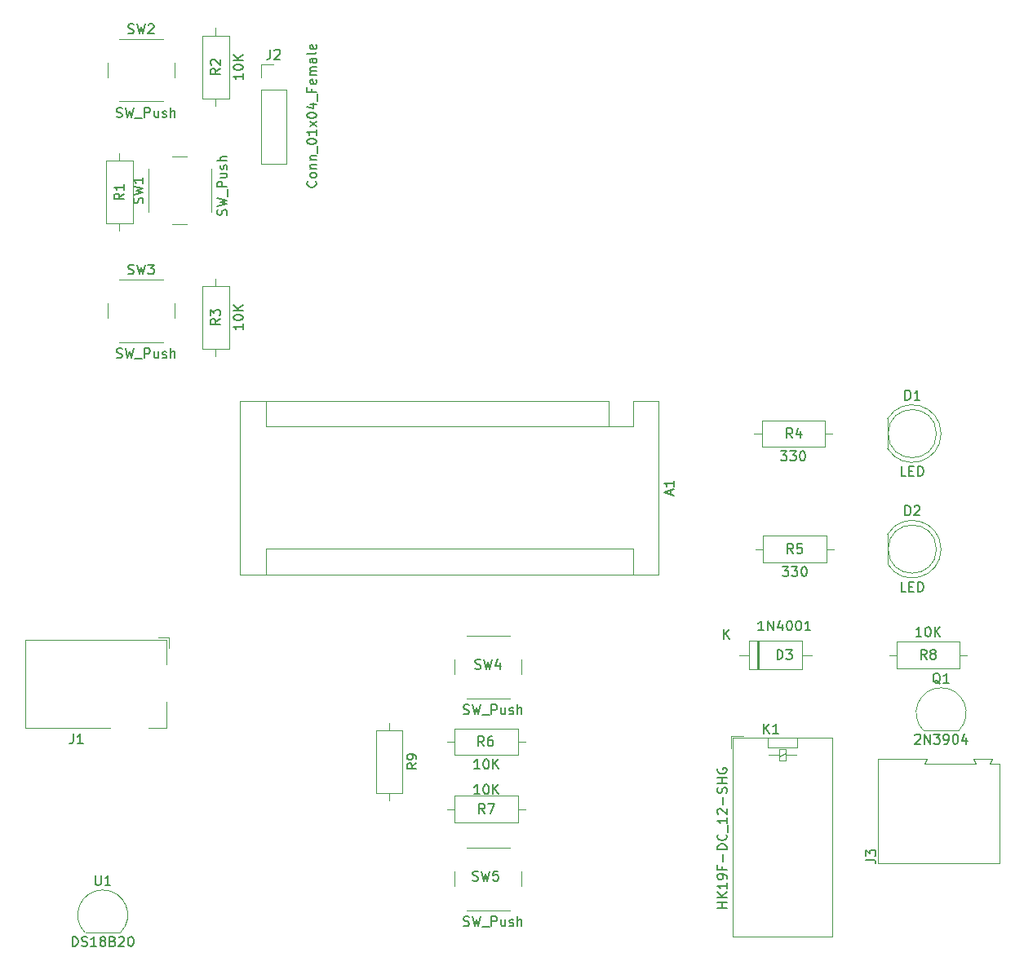
<source format=gto>
G04 #@! TF.GenerationSoftware,KiCad,Pcbnew,5.0.2-bee76a0~70~ubuntu18.04.1*
G04 #@! TF.CreationDate,2019-06-28T18:52:20-06:00*
G04 #@! TF.ProjectId,Thermostat1,54686572-6d6f-4737-9461-74312e6b6963,rev?*
G04 #@! TF.SameCoordinates,Original*
G04 #@! TF.FileFunction,Legend,Top*
G04 #@! TF.FilePolarity,Positive*
%FSLAX46Y46*%
G04 Gerber Fmt 4.6, Leading zero omitted, Abs format (unit mm)*
G04 Created by KiCad (PCBNEW 5.0.2-bee76a0~70~ubuntu18.04.1) date Fri 28 Jun 2019 06:52:20 PM MDT*
%MOMM*%
%LPD*%
G01*
G04 APERTURE LIST*
%ADD10C,0.120000*%
%ADD11C,0.150000*%
G04 APERTURE END LIST*
D10*
G04 #@! TO.C,A1*
X86730000Y-74270000D02*
X89270000Y-74270000D01*
X89270000Y-74270000D02*
X89270000Y-71600000D01*
X86730000Y-71600000D02*
X48500000Y-71600000D01*
X91940000Y-71600000D02*
X89270000Y-71600000D01*
X89270000Y-86970000D02*
X89270000Y-89640000D01*
X89270000Y-86970000D02*
X51170000Y-86970000D01*
X51170000Y-86970000D02*
X51170000Y-89640000D01*
X86730000Y-74270000D02*
X86730000Y-71600000D01*
X86730000Y-74270000D02*
X51170000Y-74270000D01*
X51170000Y-74270000D02*
X51170000Y-71600000D01*
X48500000Y-71600000D02*
X48500000Y-89640000D01*
X48500000Y-89640000D02*
X91940000Y-89640000D01*
X91940000Y-89640000D02*
X91940000Y-71600000D01*
G04 #@! TO.C,D1*
X115710000Y-73455000D02*
X115710000Y-76545000D01*
X120770000Y-75000000D02*
G75*
G03X120770000Y-75000000I-2500000J0D01*
G01*
X121260000Y-74999538D02*
G75*
G02X115710000Y-76544830I-2990000J-462D01*
G01*
X121260000Y-75000462D02*
G75*
G03X115710000Y-73455170I-2990000J462D01*
G01*
G04 #@! TO.C,D2*
X121260000Y-87000462D02*
G75*
G03X115710000Y-85455170I-2990000J462D01*
G01*
X121260000Y-86999538D02*
G75*
G02X115710000Y-88544830I-2990000J-462D01*
G01*
X120770000Y-87000000D02*
G75*
G03X120770000Y-87000000I-2500000J0D01*
G01*
X115710000Y-85455000D02*
X115710000Y-88545000D01*
G04 #@! TO.C,D3*
X101360000Y-96530000D02*
X101360000Y-99470000D01*
X101360000Y-99470000D02*
X106800000Y-99470000D01*
X106800000Y-99470000D02*
X106800000Y-96530000D01*
X106800000Y-96530000D02*
X101360000Y-96530000D01*
X100340000Y-98000000D02*
X101360000Y-98000000D01*
X107820000Y-98000000D02*
X106800000Y-98000000D01*
X102260000Y-96530000D02*
X102260000Y-99470000D01*
X102380000Y-96530000D02*
X102380000Y-99470000D01*
X102140000Y-96530000D02*
X102140000Y-99470000D01*
G04 #@! TO.C,J1*
X41100000Y-97250000D02*
X41100000Y-96200000D01*
X40050000Y-96200000D02*
X41100000Y-96200000D01*
X35000000Y-105600000D02*
X26200000Y-105600000D01*
X26200000Y-105600000D02*
X26200000Y-96400000D01*
X40900000Y-102900000D02*
X40900000Y-105600000D01*
X40900000Y-105600000D02*
X39000000Y-105600000D01*
X26200000Y-96400000D02*
X40900000Y-96400000D01*
X40900000Y-96400000D02*
X40900000Y-99000000D01*
G04 #@! TO.C,J2*
X50670000Y-46950000D02*
X53330000Y-46950000D01*
X50670000Y-39270000D02*
X50670000Y-46950000D01*
X53330000Y-39270000D02*
X53330000Y-46950000D01*
X50670000Y-39270000D02*
X53330000Y-39270000D01*
X50670000Y-38000000D02*
X50670000Y-36670000D01*
X50670000Y-36670000D02*
X52000000Y-36670000D01*
G04 #@! TO.C,J3*
X114700000Y-119650000D02*
X127300000Y-119650000D01*
X127300000Y-119650000D02*
X127300000Y-109300000D01*
X127300000Y-109300000D02*
X126350000Y-109300000D01*
X126350000Y-109300000D02*
X126600000Y-108800000D01*
X126600000Y-108800000D02*
X124700000Y-108800000D01*
X124700000Y-108800000D02*
X124650000Y-108800000D01*
X124650000Y-108800000D02*
X124900000Y-109300000D01*
X124900000Y-109300000D02*
X119500000Y-109300000D01*
X119500000Y-109300000D02*
X119800000Y-108800000D01*
X119800000Y-108800000D02*
X114700000Y-108800000D01*
X114700000Y-108800000D02*
X114700000Y-119650000D01*
G04 #@! TO.C,K1*
X99490000Y-106400000D02*
X100700000Y-106400000D01*
X99490000Y-107700000D02*
X99490000Y-106400000D01*
X99650000Y-106550000D02*
X99650000Y-127220000D01*
X99650000Y-127220000D02*
X109970000Y-127220000D01*
X109970000Y-127220000D02*
X109970000Y-106550000D01*
X109970000Y-106550000D02*
X99650000Y-106550000D01*
X103300000Y-106550000D02*
X103300000Y-107590000D01*
X103300000Y-107610000D02*
X106300000Y-107610000D01*
X106300000Y-107610000D02*
X106300000Y-106550000D01*
X104470000Y-108390000D02*
X103370000Y-108390000D01*
X105170000Y-108390000D02*
X106270000Y-108390000D01*
X104470000Y-108560000D02*
X105170000Y-108160000D01*
X104470000Y-107760000D02*
X104470000Y-108960000D01*
X104470000Y-108960000D02*
X105170000Y-108960000D01*
X105170000Y-108960000D02*
X105170000Y-107760000D01*
X105170000Y-107760000D02*
X104470000Y-107760000D01*
G04 #@! TO.C,Q1*
X123108478Y-105838478D02*
G75*
G03X121270000Y-101400000I-1838478J1838478D01*
G01*
X119431522Y-105838478D02*
G75*
G02X121270000Y-101400000I1838478J1838478D01*
G01*
X119470000Y-105850000D02*
X123070000Y-105850000D01*
G04 #@! TO.C,R1*
X36000000Y-45880000D02*
X36000000Y-46650000D01*
X36000000Y-53960000D02*
X36000000Y-53190000D01*
X34630000Y-46650000D02*
X34630000Y-53190000D01*
X37370000Y-46650000D02*
X34630000Y-46650000D01*
X37370000Y-53190000D02*
X37370000Y-46650000D01*
X34630000Y-53190000D02*
X37370000Y-53190000D01*
G04 #@! TO.C,R2*
X46000000Y-32880000D02*
X46000000Y-33650000D01*
X46000000Y-40960000D02*
X46000000Y-40190000D01*
X44630000Y-33650000D02*
X44630000Y-40190000D01*
X47370000Y-33650000D02*
X44630000Y-33650000D01*
X47370000Y-40190000D02*
X47370000Y-33650000D01*
X44630000Y-40190000D02*
X47370000Y-40190000D01*
G04 #@! TO.C,R3*
X44630000Y-66190000D02*
X47370000Y-66190000D01*
X47370000Y-66190000D02*
X47370000Y-59650000D01*
X47370000Y-59650000D02*
X44630000Y-59650000D01*
X44630000Y-59650000D02*
X44630000Y-66190000D01*
X46000000Y-66960000D02*
X46000000Y-66190000D01*
X46000000Y-58880000D02*
X46000000Y-59650000D01*
G04 #@! TO.C,R4*
X102650000Y-73630000D02*
X102650000Y-76370000D01*
X102650000Y-76370000D02*
X109190000Y-76370000D01*
X109190000Y-76370000D02*
X109190000Y-73630000D01*
X109190000Y-73630000D02*
X102650000Y-73630000D01*
X101880000Y-75000000D02*
X102650000Y-75000000D01*
X109960000Y-75000000D02*
X109190000Y-75000000D01*
G04 #@! TO.C,R5*
X110120000Y-87000000D02*
X109350000Y-87000000D01*
X102040000Y-87000000D02*
X102810000Y-87000000D01*
X109350000Y-85630000D02*
X102810000Y-85630000D01*
X109350000Y-88370000D02*
X109350000Y-85630000D01*
X102810000Y-88370000D02*
X109350000Y-88370000D01*
X102810000Y-85630000D02*
X102810000Y-88370000D01*
G04 #@! TO.C,R6*
X78120000Y-107000000D02*
X77350000Y-107000000D01*
X70040000Y-107000000D02*
X70810000Y-107000000D01*
X77350000Y-105630000D02*
X70810000Y-105630000D01*
X77350000Y-108370000D02*
X77350000Y-105630000D01*
X70810000Y-108370000D02*
X77350000Y-108370000D01*
X70810000Y-105630000D02*
X70810000Y-108370000D01*
G04 #@! TO.C,R7*
X70810000Y-112630000D02*
X70810000Y-115370000D01*
X70810000Y-115370000D02*
X77350000Y-115370000D01*
X77350000Y-115370000D02*
X77350000Y-112630000D01*
X77350000Y-112630000D02*
X70810000Y-112630000D01*
X70040000Y-114000000D02*
X70810000Y-114000000D01*
X78120000Y-114000000D02*
X77350000Y-114000000D01*
G04 #@! TO.C,R8*
X123190000Y-99370000D02*
X123190000Y-96630000D01*
X123190000Y-96630000D02*
X116650000Y-96630000D01*
X116650000Y-96630000D02*
X116650000Y-99370000D01*
X116650000Y-99370000D02*
X123190000Y-99370000D01*
X123960000Y-98000000D02*
X123190000Y-98000000D01*
X115880000Y-98000000D02*
X116650000Y-98000000D01*
G04 #@! TO.C,SW1*
X45500000Y-52000000D02*
X45500000Y-47500000D01*
X41500000Y-53250000D02*
X43000000Y-53250000D01*
X39000000Y-47500000D02*
X39000000Y-52000000D01*
X43000000Y-46250000D02*
X41500000Y-46250000D01*
G04 #@! TO.C,SW2*
X41750000Y-38000000D02*
X41750000Y-36500000D01*
X40500000Y-34000000D02*
X36000000Y-34000000D01*
X34750000Y-36500000D02*
X34750000Y-38000000D01*
X36000000Y-40500000D02*
X40500000Y-40500000D01*
G04 #@! TO.C,SW3*
X36000000Y-65500000D02*
X40500000Y-65500000D01*
X34750000Y-61500000D02*
X34750000Y-63000000D01*
X40500000Y-59000000D02*
X36000000Y-59000000D01*
X41750000Y-63000000D02*
X41750000Y-61500000D01*
G04 #@! TO.C,SW4*
X77750000Y-100000000D02*
X77750000Y-98500000D01*
X76500000Y-96000000D02*
X72000000Y-96000000D01*
X70750000Y-98500000D02*
X70750000Y-100000000D01*
X72000000Y-102500000D02*
X76500000Y-102500000D01*
G04 #@! TO.C,SW5*
X72000000Y-124500000D02*
X76500000Y-124500000D01*
X70750000Y-120500000D02*
X70750000Y-122000000D01*
X76500000Y-118000000D02*
X72000000Y-118000000D01*
X77750000Y-122000000D02*
X77750000Y-120500000D01*
G04 #@! TO.C,U1*
X32470000Y-126850000D02*
X36070000Y-126850000D01*
X32431522Y-126838478D02*
G75*
G02X34270000Y-122400000I1838478J1838478D01*
G01*
X36108478Y-126838478D02*
G75*
G03X34270000Y-122400000I-1838478J1838478D01*
G01*
G04 #@! TO.C,R9*
X65370000Y-105810000D02*
X62630000Y-105810000D01*
X62630000Y-105810000D02*
X62630000Y-112350000D01*
X62630000Y-112350000D02*
X65370000Y-112350000D01*
X65370000Y-112350000D02*
X65370000Y-105810000D01*
X64000000Y-105040000D02*
X64000000Y-105810000D01*
X64000000Y-113120000D02*
X64000000Y-112350000D01*
G04 #@! TO.C,A1*
D11*
X93246666Y-81334285D02*
X93246666Y-80858095D01*
X93532380Y-81429523D02*
X92532380Y-81096190D01*
X93532380Y-80762857D01*
X93532380Y-79905714D02*
X93532380Y-80477142D01*
X93532380Y-80191428D02*
X92532380Y-80191428D01*
X92675238Y-80286666D01*
X92770476Y-80381904D01*
X92818095Y-80477142D01*
G04 #@! TO.C,D1*
X117531904Y-71492380D02*
X117531904Y-70492380D01*
X117770000Y-70492380D01*
X117912857Y-70540000D01*
X118008095Y-70635238D01*
X118055714Y-70730476D01*
X118103333Y-70920952D01*
X118103333Y-71063809D01*
X118055714Y-71254285D01*
X118008095Y-71349523D01*
X117912857Y-71444761D01*
X117770000Y-71492380D01*
X117531904Y-71492380D01*
X119055714Y-71492380D02*
X118484285Y-71492380D01*
X118770000Y-71492380D02*
X118770000Y-70492380D01*
X118674761Y-70635238D01*
X118579523Y-70730476D01*
X118484285Y-70778095D01*
X117627142Y-79412380D02*
X117150952Y-79412380D01*
X117150952Y-78412380D01*
X117960476Y-78888571D02*
X118293809Y-78888571D01*
X118436666Y-79412380D02*
X117960476Y-79412380D01*
X117960476Y-78412380D01*
X118436666Y-78412380D01*
X118865238Y-79412380D02*
X118865238Y-78412380D01*
X119103333Y-78412380D01*
X119246190Y-78460000D01*
X119341428Y-78555238D01*
X119389047Y-78650476D01*
X119436666Y-78840952D01*
X119436666Y-78983809D01*
X119389047Y-79174285D01*
X119341428Y-79269523D01*
X119246190Y-79364761D01*
X119103333Y-79412380D01*
X118865238Y-79412380D01*
G04 #@! TO.C,D2*
X117531904Y-83492380D02*
X117531904Y-82492380D01*
X117770000Y-82492380D01*
X117912857Y-82540000D01*
X118008095Y-82635238D01*
X118055714Y-82730476D01*
X118103333Y-82920952D01*
X118103333Y-83063809D01*
X118055714Y-83254285D01*
X118008095Y-83349523D01*
X117912857Y-83444761D01*
X117770000Y-83492380D01*
X117531904Y-83492380D01*
X118484285Y-82587619D02*
X118531904Y-82540000D01*
X118627142Y-82492380D01*
X118865238Y-82492380D01*
X118960476Y-82540000D01*
X119008095Y-82587619D01*
X119055714Y-82682857D01*
X119055714Y-82778095D01*
X119008095Y-82920952D01*
X118436666Y-83492380D01*
X119055714Y-83492380D01*
X117627142Y-91412380D02*
X117150952Y-91412380D01*
X117150952Y-90412380D01*
X117960476Y-90888571D02*
X118293809Y-90888571D01*
X118436666Y-91412380D02*
X117960476Y-91412380D01*
X117960476Y-90412380D01*
X118436666Y-90412380D01*
X118865238Y-91412380D02*
X118865238Y-90412380D01*
X119103333Y-90412380D01*
X119246190Y-90460000D01*
X119341428Y-90555238D01*
X119389047Y-90650476D01*
X119436666Y-90840952D01*
X119436666Y-90983809D01*
X119389047Y-91174285D01*
X119341428Y-91269523D01*
X119246190Y-91364761D01*
X119103333Y-91412380D01*
X118865238Y-91412380D01*
G04 #@! TO.C,D3*
X104261904Y-98452380D02*
X104261904Y-97452380D01*
X104500000Y-97452380D01*
X104642857Y-97500000D01*
X104738095Y-97595238D01*
X104785714Y-97690476D01*
X104833333Y-97880952D01*
X104833333Y-98023809D01*
X104785714Y-98214285D01*
X104738095Y-98309523D01*
X104642857Y-98404761D01*
X104500000Y-98452380D01*
X104261904Y-98452380D01*
X105166666Y-97452380D02*
X105785714Y-97452380D01*
X105452380Y-97833333D01*
X105595238Y-97833333D01*
X105690476Y-97880952D01*
X105738095Y-97928571D01*
X105785714Y-98023809D01*
X105785714Y-98261904D01*
X105738095Y-98357142D01*
X105690476Y-98404761D01*
X105595238Y-98452380D01*
X105309523Y-98452380D01*
X105214285Y-98404761D01*
X105166666Y-98357142D01*
X102857142Y-95452380D02*
X102285714Y-95452380D01*
X102571428Y-95452380D02*
X102571428Y-94452380D01*
X102476190Y-94595238D01*
X102380952Y-94690476D01*
X102285714Y-94738095D01*
X103285714Y-95452380D02*
X103285714Y-94452380D01*
X103857142Y-95452380D01*
X103857142Y-94452380D01*
X104761904Y-94785714D02*
X104761904Y-95452380D01*
X104523809Y-94404761D02*
X104285714Y-95119047D01*
X104904761Y-95119047D01*
X105476190Y-94452380D02*
X105571428Y-94452380D01*
X105666666Y-94500000D01*
X105714285Y-94547619D01*
X105761904Y-94642857D01*
X105809523Y-94833333D01*
X105809523Y-95071428D01*
X105761904Y-95261904D01*
X105714285Y-95357142D01*
X105666666Y-95404761D01*
X105571428Y-95452380D01*
X105476190Y-95452380D01*
X105380952Y-95404761D01*
X105333333Y-95357142D01*
X105285714Y-95261904D01*
X105238095Y-95071428D01*
X105238095Y-94833333D01*
X105285714Y-94642857D01*
X105333333Y-94547619D01*
X105380952Y-94500000D01*
X105476190Y-94452380D01*
X106428571Y-94452380D02*
X106523809Y-94452380D01*
X106619047Y-94500000D01*
X106666666Y-94547619D01*
X106714285Y-94642857D01*
X106761904Y-94833333D01*
X106761904Y-95071428D01*
X106714285Y-95261904D01*
X106666666Y-95357142D01*
X106619047Y-95404761D01*
X106523809Y-95452380D01*
X106428571Y-95452380D01*
X106333333Y-95404761D01*
X106285714Y-95357142D01*
X106238095Y-95261904D01*
X106190476Y-95071428D01*
X106190476Y-94833333D01*
X106238095Y-94642857D01*
X106285714Y-94547619D01*
X106333333Y-94500000D01*
X106428571Y-94452380D01*
X107714285Y-95452380D02*
X107142857Y-95452380D01*
X107428571Y-95452380D02*
X107428571Y-94452380D01*
X107333333Y-94595238D01*
X107238095Y-94690476D01*
X107142857Y-94738095D01*
X98738095Y-96352380D02*
X98738095Y-95352380D01*
X99309523Y-96352380D02*
X98880952Y-95780952D01*
X99309523Y-95352380D02*
X98738095Y-95923809D01*
G04 #@! TO.C,J1*
X31216666Y-106202380D02*
X31216666Y-106916666D01*
X31169047Y-107059523D01*
X31073809Y-107154761D01*
X30930952Y-107202380D01*
X30835714Y-107202380D01*
X32216666Y-107202380D02*
X31645238Y-107202380D01*
X31930952Y-107202380D02*
X31930952Y-106202380D01*
X31835714Y-106345238D01*
X31740476Y-106440476D01*
X31645238Y-106488095D01*
G04 #@! TO.C,J2*
X51666666Y-35122380D02*
X51666666Y-35836666D01*
X51619047Y-35979523D01*
X51523809Y-36074761D01*
X51380952Y-36122380D01*
X51285714Y-36122380D01*
X52095238Y-35217619D02*
X52142857Y-35170000D01*
X52238095Y-35122380D01*
X52476190Y-35122380D01*
X52571428Y-35170000D01*
X52619047Y-35217619D01*
X52666666Y-35312857D01*
X52666666Y-35408095D01*
X52619047Y-35550952D01*
X52047619Y-36122380D01*
X52666666Y-36122380D01*
X56357142Y-48785714D02*
X56404761Y-48833333D01*
X56452380Y-48976190D01*
X56452380Y-49071428D01*
X56404761Y-49214285D01*
X56309523Y-49309523D01*
X56214285Y-49357142D01*
X56023809Y-49404761D01*
X55880952Y-49404761D01*
X55690476Y-49357142D01*
X55595238Y-49309523D01*
X55500000Y-49214285D01*
X55452380Y-49071428D01*
X55452380Y-48976190D01*
X55500000Y-48833333D01*
X55547619Y-48785714D01*
X56452380Y-48214285D02*
X56404761Y-48309523D01*
X56357142Y-48357142D01*
X56261904Y-48404761D01*
X55976190Y-48404761D01*
X55880952Y-48357142D01*
X55833333Y-48309523D01*
X55785714Y-48214285D01*
X55785714Y-48071428D01*
X55833333Y-47976190D01*
X55880952Y-47928571D01*
X55976190Y-47880952D01*
X56261904Y-47880952D01*
X56357142Y-47928571D01*
X56404761Y-47976190D01*
X56452380Y-48071428D01*
X56452380Y-48214285D01*
X55785714Y-47452380D02*
X56452380Y-47452380D01*
X55880952Y-47452380D02*
X55833333Y-47404761D01*
X55785714Y-47309523D01*
X55785714Y-47166666D01*
X55833333Y-47071428D01*
X55928571Y-47023809D01*
X56452380Y-47023809D01*
X55785714Y-46547619D02*
X56452380Y-46547619D01*
X55880952Y-46547619D02*
X55833333Y-46500000D01*
X55785714Y-46404761D01*
X55785714Y-46261904D01*
X55833333Y-46166666D01*
X55928571Y-46119047D01*
X56452380Y-46119047D01*
X56547619Y-45880952D02*
X56547619Y-45119047D01*
X55452380Y-44690476D02*
X55452380Y-44595238D01*
X55500000Y-44500000D01*
X55547619Y-44452380D01*
X55642857Y-44404761D01*
X55833333Y-44357142D01*
X56071428Y-44357142D01*
X56261904Y-44404761D01*
X56357142Y-44452380D01*
X56404761Y-44500000D01*
X56452380Y-44595238D01*
X56452380Y-44690476D01*
X56404761Y-44785714D01*
X56357142Y-44833333D01*
X56261904Y-44880952D01*
X56071428Y-44928571D01*
X55833333Y-44928571D01*
X55642857Y-44880952D01*
X55547619Y-44833333D01*
X55500000Y-44785714D01*
X55452380Y-44690476D01*
X56452380Y-43404761D02*
X56452380Y-43976190D01*
X56452380Y-43690476D02*
X55452380Y-43690476D01*
X55595238Y-43785714D01*
X55690476Y-43880952D01*
X55738095Y-43976190D01*
X56452380Y-43071428D02*
X55785714Y-42547619D01*
X55785714Y-43071428D02*
X56452380Y-42547619D01*
X55452380Y-41976190D02*
X55452380Y-41880952D01*
X55500000Y-41785714D01*
X55547619Y-41738095D01*
X55642857Y-41690476D01*
X55833333Y-41642857D01*
X56071428Y-41642857D01*
X56261904Y-41690476D01*
X56357142Y-41738095D01*
X56404761Y-41785714D01*
X56452380Y-41880952D01*
X56452380Y-41976190D01*
X56404761Y-42071428D01*
X56357142Y-42119047D01*
X56261904Y-42166666D01*
X56071428Y-42214285D01*
X55833333Y-42214285D01*
X55642857Y-42166666D01*
X55547619Y-42119047D01*
X55500000Y-42071428D01*
X55452380Y-41976190D01*
X55785714Y-40785714D02*
X56452380Y-40785714D01*
X55404761Y-41023809D02*
X56119047Y-41261904D01*
X56119047Y-40642857D01*
X56547619Y-40500000D02*
X56547619Y-39738095D01*
X55928571Y-39166666D02*
X55928571Y-39500000D01*
X56452380Y-39500000D02*
X55452380Y-39500000D01*
X55452380Y-39023809D01*
X56404761Y-38261904D02*
X56452380Y-38357142D01*
X56452380Y-38547619D01*
X56404761Y-38642857D01*
X56309523Y-38690476D01*
X55928571Y-38690476D01*
X55833333Y-38642857D01*
X55785714Y-38547619D01*
X55785714Y-38357142D01*
X55833333Y-38261904D01*
X55928571Y-38214285D01*
X56023809Y-38214285D01*
X56119047Y-38690476D01*
X56452380Y-37785714D02*
X55785714Y-37785714D01*
X55880952Y-37785714D02*
X55833333Y-37738095D01*
X55785714Y-37642857D01*
X55785714Y-37500000D01*
X55833333Y-37404761D01*
X55928571Y-37357142D01*
X56452380Y-37357142D01*
X55928571Y-37357142D02*
X55833333Y-37309523D01*
X55785714Y-37214285D01*
X55785714Y-37071428D01*
X55833333Y-36976190D01*
X55928571Y-36928571D01*
X56452380Y-36928571D01*
X56452380Y-36023809D02*
X55928571Y-36023809D01*
X55833333Y-36071428D01*
X55785714Y-36166666D01*
X55785714Y-36357142D01*
X55833333Y-36452380D01*
X56404761Y-36023809D02*
X56452380Y-36119047D01*
X56452380Y-36357142D01*
X56404761Y-36452380D01*
X56309523Y-36500000D01*
X56214285Y-36500000D01*
X56119047Y-36452380D01*
X56071428Y-36357142D01*
X56071428Y-36119047D01*
X56023809Y-36023809D01*
X56452380Y-35404761D02*
X56404761Y-35500000D01*
X56309523Y-35547619D01*
X55452380Y-35547619D01*
X56404761Y-34642857D02*
X56452380Y-34738095D01*
X56452380Y-34928571D01*
X56404761Y-35023809D01*
X56309523Y-35071428D01*
X55928571Y-35071428D01*
X55833333Y-35023809D01*
X55785714Y-34928571D01*
X55785714Y-34738095D01*
X55833333Y-34642857D01*
X55928571Y-34595238D01*
X56023809Y-34595238D01*
X56119047Y-35071428D01*
G04 #@! TO.C,J3*
X113462380Y-119253333D02*
X114176666Y-119253333D01*
X114319523Y-119300952D01*
X114414761Y-119396190D01*
X114462380Y-119539047D01*
X114462380Y-119634285D01*
X113462380Y-118872380D02*
X113462380Y-118253333D01*
X113843333Y-118586666D01*
X113843333Y-118443809D01*
X113890952Y-118348571D01*
X113938571Y-118300952D01*
X114033809Y-118253333D01*
X114271904Y-118253333D01*
X114367142Y-118300952D01*
X114414761Y-118348571D01*
X114462380Y-118443809D01*
X114462380Y-118729523D01*
X114414761Y-118824761D01*
X114367142Y-118872380D01*
G04 #@! TO.C,K1*
X102861904Y-106152380D02*
X102861904Y-105152380D01*
X103433333Y-106152380D02*
X103004761Y-105580952D01*
X103433333Y-105152380D02*
X102861904Y-105723809D01*
X104385714Y-106152380D02*
X103814285Y-106152380D01*
X104100000Y-106152380D02*
X104100000Y-105152380D01*
X104004761Y-105295238D01*
X103909523Y-105390476D01*
X103814285Y-105438095D01*
X99042380Y-124248095D02*
X98042380Y-124248095D01*
X98518571Y-124248095D02*
X98518571Y-123676666D01*
X99042380Y-123676666D02*
X98042380Y-123676666D01*
X99042380Y-123200476D02*
X98042380Y-123200476D01*
X99042380Y-122629047D02*
X98470952Y-123057619D01*
X98042380Y-122629047D02*
X98613809Y-123200476D01*
X99042380Y-121676666D02*
X99042380Y-122248095D01*
X99042380Y-121962380D02*
X98042380Y-121962380D01*
X98185238Y-122057619D01*
X98280476Y-122152857D01*
X98328095Y-122248095D01*
X99042380Y-121200476D02*
X99042380Y-121010000D01*
X98994761Y-120914761D01*
X98947142Y-120867142D01*
X98804285Y-120771904D01*
X98613809Y-120724285D01*
X98232857Y-120724285D01*
X98137619Y-120771904D01*
X98090000Y-120819523D01*
X98042380Y-120914761D01*
X98042380Y-121105238D01*
X98090000Y-121200476D01*
X98137619Y-121248095D01*
X98232857Y-121295714D01*
X98470952Y-121295714D01*
X98566190Y-121248095D01*
X98613809Y-121200476D01*
X98661428Y-121105238D01*
X98661428Y-120914761D01*
X98613809Y-120819523D01*
X98566190Y-120771904D01*
X98470952Y-120724285D01*
X98518571Y-119962380D02*
X98518571Y-120295714D01*
X99042380Y-120295714D02*
X98042380Y-120295714D01*
X98042380Y-119819523D01*
X98661428Y-119438571D02*
X98661428Y-118676666D01*
X99042380Y-118200476D02*
X98042380Y-118200476D01*
X98042380Y-117962380D01*
X98090000Y-117819523D01*
X98185238Y-117724285D01*
X98280476Y-117676666D01*
X98470952Y-117629047D01*
X98613809Y-117629047D01*
X98804285Y-117676666D01*
X98899523Y-117724285D01*
X98994761Y-117819523D01*
X99042380Y-117962380D01*
X99042380Y-118200476D01*
X98947142Y-116629047D02*
X98994761Y-116676666D01*
X99042380Y-116819523D01*
X99042380Y-116914761D01*
X98994761Y-117057619D01*
X98899523Y-117152857D01*
X98804285Y-117200476D01*
X98613809Y-117248095D01*
X98470952Y-117248095D01*
X98280476Y-117200476D01*
X98185238Y-117152857D01*
X98090000Y-117057619D01*
X98042380Y-116914761D01*
X98042380Y-116819523D01*
X98090000Y-116676666D01*
X98137619Y-116629047D01*
X99137619Y-116438571D02*
X99137619Y-115676666D01*
X99042380Y-114914761D02*
X99042380Y-115486190D01*
X99042380Y-115200476D02*
X98042380Y-115200476D01*
X98185238Y-115295714D01*
X98280476Y-115390952D01*
X98328095Y-115486190D01*
X98137619Y-114533809D02*
X98090000Y-114486190D01*
X98042380Y-114390952D01*
X98042380Y-114152857D01*
X98090000Y-114057619D01*
X98137619Y-114010000D01*
X98232857Y-113962380D01*
X98328095Y-113962380D01*
X98470952Y-114010000D01*
X99042380Y-114581428D01*
X99042380Y-113962380D01*
X98661428Y-113533809D02*
X98661428Y-112771904D01*
X98994761Y-112343333D02*
X99042380Y-112200476D01*
X99042380Y-111962380D01*
X98994761Y-111867142D01*
X98947142Y-111819523D01*
X98851904Y-111771904D01*
X98756666Y-111771904D01*
X98661428Y-111819523D01*
X98613809Y-111867142D01*
X98566190Y-111962380D01*
X98518571Y-112152857D01*
X98470952Y-112248095D01*
X98423333Y-112295714D01*
X98328095Y-112343333D01*
X98232857Y-112343333D01*
X98137619Y-112295714D01*
X98090000Y-112248095D01*
X98042380Y-112152857D01*
X98042380Y-111914761D01*
X98090000Y-111771904D01*
X99042380Y-111343333D02*
X98042380Y-111343333D01*
X98518571Y-111343333D02*
X98518571Y-110771904D01*
X99042380Y-110771904D02*
X98042380Y-110771904D01*
X98090000Y-109771904D02*
X98042380Y-109867142D01*
X98042380Y-110010000D01*
X98090000Y-110152857D01*
X98185238Y-110248095D01*
X98280476Y-110295714D01*
X98470952Y-110343333D01*
X98613809Y-110343333D01*
X98804285Y-110295714D01*
X98899523Y-110248095D01*
X98994761Y-110152857D01*
X99042380Y-110010000D01*
X99042380Y-109914761D01*
X98994761Y-109771904D01*
X98947142Y-109724285D01*
X98613809Y-109724285D01*
X98613809Y-109914761D01*
G04 #@! TO.C,Q1*
X121174761Y-100987619D02*
X121079523Y-100940000D01*
X120984285Y-100844761D01*
X120841428Y-100701904D01*
X120746190Y-100654285D01*
X120650952Y-100654285D01*
X120698571Y-100892380D02*
X120603333Y-100844761D01*
X120508095Y-100749523D01*
X120460476Y-100559047D01*
X120460476Y-100225714D01*
X120508095Y-100035238D01*
X120603333Y-99940000D01*
X120698571Y-99892380D01*
X120889047Y-99892380D01*
X120984285Y-99940000D01*
X121079523Y-100035238D01*
X121127142Y-100225714D01*
X121127142Y-100559047D01*
X121079523Y-100749523D01*
X120984285Y-100844761D01*
X120889047Y-100892380D01*
X120698571Y-100892380D01*
X122079523Y-100892380D02*
X121508095Y-100892380D01*
X121793809Y-100892380D02*
X121793809Y-99892380D01*
X121698571Y-100035238D01*
X121603333Y-100130476D01*
X121508095Y-100178095D01*
X118555714Y-106337619D02*
X118603333Y-106290000D01*
X118698571Y-106242380D01*
X118936666Y-106242380D01*
X119031904Y-106290000D01*
X119079523Y-106337619D01*
X119127142Y-106432857D01*
X119127142Y-106528095D01*
X119079523Y-106670952D01*
X118508095Y-107242380D01*
X119127142Y-107242380D01*
X119555714Y-107242380D02*
X119555714Y-106242380D01*
X120127142Y-107242380D01*
X120127142Y-106242380D01*
X120508095Y-106242380D02*
X121127142Y-106242380D01*
X120793809Y-106623333D01*
X120936666Y-106623333D01*
X121031904Y-106670952D01*
X121079523Y-106718571D01*
X121127142Y-106813809D01*
X121127142Y-107051904D01*
X121079523Y-107147142D01*
X121031904Y-107194761D01*
X120936666Y-107242380D01*
X120650952Y-107242380D01*
X120555714Y-107194761D01*
X120508095Y-107147142D01*
X121603333Y-107242380D02*
X121793809Y-107242380D01*
X121889047Y-107194761D01*
X121936666Y-107147142D01*
X122031904Y-107004285D01*
X122079523Y-106813809D01*
X122079523Y-106432857D01*
X122031904Y-106337619D01*
X121984285Y-106290000D01*
X121889047Y-106242380D01*
X121698571Y-106242380D01*
X121603333Y-106290000D01*
X121555714Y-106337619D01*
X121508095Y-106432857D01*
X121508095Y-106670952D01*
X121555714Y-106766190D01*
X121603333Y-106813809D01*
X121698571Y-106861428D01*
X121889047Y-106861428D01*
X121984285Y-106813809D01*
X122031904Y-106766190D01*
X122079523Y-106670952D01*
X122698571Y-106242380D02*
X122793809Y-106242380D01*
X122889047Y-106290000D01*
X122936666Y-106337619D01*
X122984285Y-106432857D01*
X123031904Y-106623333D01*
X123031904Y-106861428D01*
X122984285Y-107051904D01*
X122936666Y-107147142D01*
X122889047Y-107194761D01*
X122793809Y-107242380D01*
X122698571Y-107242380D01*
X122603333Y-107194761D01*
X122555714Y-107147142D01*
X122508095Y-107051904D01*
X122460476Y-106861428D01*
X122460476Y-106623333D01*
X122508095Y-106432857D01*
X122555714Y-106337619D01*
X122603333Y-106290000D01*
X122698571Y-106242380D01*
X123889047Y-106575714D02*
X123889047Y-107242380D01*
X123650952Y-106194761D02*
X123412857Y-106909047D01*
X124031904Y-106909047D01*
G04 #@! TO.C,R1*
X36452380Y-50086666D02*
X35976190Y-50420000D01*
X36452380Y-50658095D02*
X35452380Y-50658095D01*
X35452380Y-50277142D01*
X35500000Y-50181904D01*
X35547619Y-50134285D01*
X35642857Y-50086666D01*
X35785714Y-50086666D01*
X35880952Y-50134285D01*
X35928571Y-50181904D01*
X35976190Y-50277142D01*
X35976190Y-50658095D01*
X36452380Y-49134285D02*
X36452380Y-49705714D01*
X36452380Y-49420000D02*
X35452380Y-49420000D01*
X35595238Y-49515238D01*
X35690476Y-49610476D01*
X35738095Y-49705714D01*
G04 #@! TO.C,R2*
X46452380Y-37086666D02*
X45976190Y-37420000D01*
X46452380Y-37658095D02*
X45452380Y-37658095D01*
X45452380Y-37277142D01*
X45500000Y-37181904D01*
X45547619Y-37134285D01*
X45642857Y-37086666D01*
X45785714Y-37086666D01*
X45880952Y-37134285D01*
X45928571Y-37181904D01*
X45976190Y-37277142D01*
X45976190Y-37658095D01*
X45547619Y-36705714D02*
X45500000Y-36658095D01*
X45452380Y-36562857D01*
X45452380Y-36324761D01*
X45500000Y-36229523D01*
X45547619Y-36181904D01*
X45642857Y-36134285D01*
X45738095Y-36134285D01*
X45880952Y-36181904D01*
X46452380Y-36753333D01*
X46452380Y-36134285D01*
X48822380Y-37610476D02*
X48822380Y-38181904D01*
X48822380Y-37896190D02*
X47822380Y-37896190D01*
X47965238Y-37991428D01*
X48060476Y-38086666D01*
X48108095Y-38181904D01*
X47822380Y-36991428D02*
X47822380Y-36896190D01*
X47870000Y-36800952D01*
X47917619Y-36753333D01*
X48012857Y-36705714D01*
X48203333Y-36658095D01*
X48441428Y-36658095D01*
X48631904Y-36705714D01*
X48727142Y-36753333D01*
X48774761Y-36800952D01*
X48822380Y-36896190D01*
X48822380Y-36991428D01*
X48774761Y-37086666D01*
X48727142Y-37134285D01*
X48631904Y-37181904D01*
X48441428Y-37229523D01*
X48203333Y-37229523D01*
X48012857Y-37181904D01*
X47917619Y-37134285D01*
X47870000Y-37086666D01*
X47822380Y-36991428D01*
X48822380Y-36229523D02*
X47822380Y-36229523D01*
X48822380Y-35658095D02*
X48250952Y-36086666D01*
X47822380Y-35658095D02*
X48393809Y-36229523D01*
G04 #@! TO.C,R3*
X46452380Y-63086666D02*
X45976190Y-63420000D01*
X46452380Y-63658095D02*
X45452380Y-63658095D01*
X45452380Y-63277142D01*
X45500000Y-63181904D01*
X45547619Y-63134285D01*
X45642857Y-63086666D01*
X45785714Y-63086666D01*
X45880952Y-63134285D01*
X45928571Y-63181904D01*
X45976190Y-63277142D01*
X45976190Y-63658095D01*
X45452380Y-62753333D02*
X45452380Y-62134285D01*
X45833333Y-62467619D01*
X45833333Y-62324761D01*
X45880952Y-62229523D01*
X45928571Y-62181904D01*
X46023809Y-62134285D01*
X46261904Y-62134285D01*
X46357142Y-62181904D01*
X46404761Y-62229523D01*
X46452380Y-62324761D01*
X46452380Y-62610476D01*
X46404761Y-62705714D01*
X46357142Y-62753333D01*
X48822380Y-63610476D02*
X48822380Y-64181904D01*
X48822380Y-63896190D02*
X47822380Y-63896190D01*
X47965238Y-63991428D01*
X48060476Y-64086666D01*
X48108095Y-64181904D01*
X47822380Y-62991428D02*
X47822380Y-62896190D01*
X47870000Y-62800952D01*
X47917619Y-62753333D01*
X48012857Y-62705714D01*
X48203333Y-62658095D01*
X48441428Y-62658095D01*
X48631904Y-62705714D01*
X48727142Y-62753333D01*
X48774761Y-62800952D01*
X48822380Y-62896190D01*
X48822380Y-62991428D01*
X48774761Y-63086666D01*
X48727142Y-63134285D01*
X48631904Y-63181904D01*
X48441428Y-63229523D01*
X48203333Y-63229523D01*
X48012857Y-63181904D01*
X47917619Y-63134285D01*
X47870000Y-63086666D01*
X47822380Y-62991428D01*
X48822380Y-62229523D02*
X47822380Y-62229523D01*
X48822380Y-61658095D02*
X48250952Y-62086666D01*
X47822380Y-61658095D02*
X48393809Y-62229523D01*
G04 #@! TO.C,R4*
X105833333Y-75452380D02*
X105500000Y-74976190D01*
X105261904Y-75452380D02*
X105261904Y-74452380D01*
X105642857Y-74452380D01*
X105738095Y-74500000D01*
X105785714Y-74547619D01*
X105833333Y-74642857D01*
X105833333Y-74785714D01*
X105785714Y-74880952D01*
X105738095Y-74928571D01*
X105642857Y-74976190D01*
X105261904Y-74976190D01*
X106690476Y-74785714D02*
X106690476Y-75452380D01*
X106452380Y-74404761D02*
X106214285Y-75119047D01*
X106833333Y-75119047D01*
X104634285Y-76822380D02*
X105253333Y-76822380D01*
X104920000Y-77203333D01*
X105062857Y-77203333D01*
X105158095Y-77250952D01*
X105205714Y-77298571D01*
X105253333Y-77393809D01*
X105253333Y-77631904D01*
X105205714Y-77727142D01*
X105158095Y-77774761D01*
X105062857Y-77822380D01*
X104777142Y-77822380D01*
X104681904Y-77774761D01*
X104634285Y-77727142D01*
X105586666Y-76822380D02*
X106205714Y-76822380D01*
X105872380Y-77203333D01*
X106015238Y-77203333D01*
X106110476Y-77250952D01*
X106158095Y-77298571D01*
X106205714Y-77393809D01*
X106205714Y-77631904D01*
X106158095Y-77727142D01*
X106110476Y-77774761D01*
X106015238Y-77822380D01*
X105729523Y-77822380D01*
X105634285Y-77774761D01*
X105586666Y-77727142D01*
X106824761Y-76822380D02*
X106920000Y-76822380D01*
X107015238Y-76870000D01*
X107062857Y-76917619D01*
X107110476Y-77012857D01*
X107158095Y-77203333D01*
X107158095Y-77441428D01*
X107110476Y-77631904D01*
X107062857Y-77727142D01*
X107015238Y-77774761D01*
X106920000Y-77822380D01*
X106824761Y-77822380D01*
X106729523Y-77774761D01*
X106681904Y-77727142D01*
X106634285Y-77631904D01*
X106586666Y-77441428D01*
X106586666Y-77203333D01*
X106634285Y-77012857D01*
X106681904Y-76917619D01*
X106729523Y-76870000D01*
X106824761Y-76822380D01*
G04 #@! TO.C,R5*
X105913333Y-87452380D02*
X105580000Y-86976190D01*
X105341904Y-87452380D02*
X105341904Y-86452380D01*
X105722857Y-86452380D01*
X105818095Y-86500000D01*
X105865714Y-86547619D01*
X105913333Y-86642857D01*
X105913333Y-86785714D01*
X105865714Y-86880952D01*
X105818095Y-86928571D01*
X105722857Y-86976190D01*
X105341904Y-86976190D01*
X106818095Y-86452380D02*
X106341904Y-86452380D01*
X106294285Y-86928571D01*
X106341904Y-86880952D01*
X106437142Y-86833333D01*
X106675238Y-86833333D01*
X106770476Y-86880952D01*
X106818095Y-86928571D01*
X106865714Y-87023809D01*
X106865714Y-87261904D01*
X106818095Y-87357142D01*
X106770476Y-87404761D01*
X106675238Y-87452380D01*
X106437142Y-87452380D01*
X106341904Y-87404761D01*
X106294285Y-87357142D01*
X104794285Y-88822380D02*
X105413333Y-88822380D01*
X105080000Y-89203333D01*
X105222857Y-89203333D01*
X105318095Y-89250952D01*
X105365714Y-89298571D01*
X105413333Y-89393809D01*
X105413333Y-89631904D01*
X105365714Y-89727142D01*
X105318095Y-89774761D01*
X105222857Y-89822380D01*
X104937142Y-89822380D01*
X104841904Y-89774761D01*
X104794285Y-89727142D01*
X105746666Y-88822380D02*
X106365714Y-88822380D01*
X106032380Y-89203333D01*
X106175238Y-89203333D01*
X106270476Y-89250952D01*
X106318095Y-89298571D01*
X106365714Y-89393809D01*
X106365714Y-89631904D01*
X106318095Y-89727142D01*
X106270476Y-89774761D01*
X106175238Y-89822380D01*
X105889523Y-89822380D01*
X105794285Y-89774761D01*
X105746666Y-89727142D01*
X106984761Y-88822380D02*
X107080000Y-88822380D01*
X107175238Y-88870000D01*
X107222857Y-88917619D01*
X107270476Y-89012857D01*
X107318095Y-89203333D01*
X107318095Y-89441428D01*
X107270476Y-89631904D01*
X107222857Y-89727142D01*
X107175238Y-89774761D01*
X107080000Y-89822380D01*
X106984761Y-89822380D01*
X106889523Y-89774761D01*
X106841904Y-89727142D01*
X106794285Y-89631904D01*
X106746666Y-89441428D01*
X106746666Y-89203333D01*
X106794285Y-89012857D01*
X106841904Y-88917619D01*
X106889523Y-88870000D01*
X106984761Y-88822380D01*
G04 #@! TO.C,R6*
X73833333Y-107452380D02*
X73500000Y-106976190D01*
X73261904Y-107452380D02*
X73261904Y-106452380D01*
X73642857Y-106452380D01*
X73738095Y-106500000D01*
X73785714Y-106547619D01*
X73833333Y-106642857D01*
X73833333Y-106785714D01*
X73785714Y-106880952D01*
X73738095Y-106928571D01*
X73642857Y-106976190D01*
X73261904Y-106976190D01*
X74690476Y-106452380D02*
X74500000Y-106452380D01*
X74404761Y-106500000D01*
X74357142Y-106547619D01*
X74261904Y-106690476D01*
X74214285Y-106880952D01*
X74214285Y-107261904D01*
X74261904Y-107357142D01*
X74309523Y-107404761D01*
X74404761Y-107452380D01*
X74595238Y-107452380D01*
X74690476Y-107404761D01*
X74738095Y-107357142D01*
X74785714Y-107261904D01*
X74785714Y-107023809D01*
X74738095Y-106928571D01*
X74690476Y-106880952D01*
X74595238Y-106833333D01*
X74404761Y-106833333D01*
X74309523Y-106880952D01*
X74261904Y-106928571D01*
X74214285Y-107023809D01*
X73389523Y-109822380D02*
X72818095Y-109822380D01*
X73103809Y-109822380D02*
X73103809Y-108822380D01*
X73008571Y-108965238D01*
X72913333Y-109060476D01*
X72818095Y-109108095D01*
X74008571Y-108822380D02*
X74103809Y-108822380D01*
X74199047Y-108870000D01*
X74246666Y-108917619D01*
X74294285Y-109012857D01*
X74341904Y-109203333D01*
X74341904Y-109441428D01*
X74294285Y-109631904D01*
X74246666Y-109727142D01*
X74199047Y-109774761D01*
X74103809Y-109822380D01*
X74008571Y-109822380D01*
X73913333Y-109774761D01*
X73865714Y-109727142D01*
X73818095Y-109631904D01*
X73770476Y-109441428D01*
X73770476Y-109203333D01*
X73818095Y-109012857D01*
X73865714Y-108917619D01*
X73913333Y-108870000D01*
X74008571Y-108822380D01*
X74770476Y-109822380D02*
X74770476Y-108822380D01*
X75341904Y-109822380D02*
X74913333Y-109250952D01*
X75341904Y-108822380D02*
X74770476Y-109393809D01*
G04 #@! TO.C,R7*
X73913333Y-114452380D02*
X73580000Y-113976190D01*
X73341904Y-114452380D02*
X73341904Y-113452380D01*
X73722857Y-113452380D01*
X73818095Y-113500000D01*
X73865714Y-113547619D01*
X73913333Y-113642857D01*
X73913333Y-113785714D01*
X73865714Y-113880952D01*
X73818095Y-113928571D01*
X73722857Y-113976190D01*
X73341904Y-113976190D01*
X74246666Y-113452380D02*
X74913333Y-113452380D01*
X74484761Y-114452380D01*
X73389523Y-112452380D02*
X72818095Y-112452380D01*
X73103809Y-112452380D02*
X73103809Y-111452380D01*
X73008571Y-111595238D01*
X72913333Y-111690476D01*
X72818095Y-111738095D01*
X74008571Y-111452380D02*
X74103809Y-111452380D01*
X74199047Y-111500000D01*
X74246666Y-111547619D01*
X74294285Y-111642857D01*
X74341904Y-111833333D01*
X74341904Y-112071428D01*
X74294285Y-112261904D01*
X74246666Y-112357142D01*
X74199047Y-112404761D01*
X74103809Y-112452380D01*
X74008571Y-112452380D01*
X73913333Y-112404761D01*
X73865714Y-112357142D01*
X73818095Y-112261904D01*
X73770476Y-112071428D01*
X73770476Y-111833333D01*
X73818095Y-111642857D01*
X73865714Y-111547619D01*
X73913333Y-111500000D01*
X74008571Y-111452380D01*
X74770476Y-112452380D02*
X74770476Y-111452380D01*
X75341904Y-112452380D02*
X74913333Y-111880952D01*
X75341904Y-111452380D02*
X74770476Y-112023809D01*
G04 #@! TO.C,R8*
X119753333Y-98452380D02*
X119420000Y-97976190D01*
X119181904Y-98452380D02*
X119181904Y-97452380D01*
X119562857Y-97452380D01*
X119658095Y-97500000D01*
X119705714Y-97547619D01*
X119753333Y-97642857D01*
X119753333Y-97785714D01*
X119705714Y-97880952D01*
X119658095Y-97928571D01*
X119562857Y-97976190D01*
X119181904Y-97976190D01*
X120324761Y-97880952D02*
X120229523Y-97833333D01*
X120181904Y-97785714D01*
X120134285Y-97690476D01*
X120134285Y-97642857D01*
X120181904Y-97547619D01*
X120229523Y-97500000D01*
X120324761Y-97452380D01*
X120515238Y-97452380D01*
X120610476Y-97500000D01*
X120658095Y-97547619D01*
X120705714Y-97642857D01*
X120705714Y-97690476D01*
X120658095Y-97785714D01*
X120610476Y-97833333D01*
X120515238Y-97880952D01*
X120324761Y-97880952D01*
X120229523Y-97928571D01*
X120181904Y-97976190D01*
X120134285Y-98071428D01*
X120134285Y-98261904D01*
X120181904Y-98357142D01*
X120229523Y-98404761D01*
X120324761Y-98452380D01*
X120515238Y-98452380D01*
X120610476Y-98404761D01*
X120658095Y-98357142D01*
X120705714Y-98261904D01*
X120705714Y-98071428D01*
X120658095Y-97976190D01*
X120610476Y-97928571D01*
X120515238Y-97880952D01*
X119229523Y-96082380D02*
X118658095Y-96082380D01*
X118943809Y-96082380D02*
X118943809Y-95082380D01*
X118848571Y-95225238D01*
X118753333Y-95320476D01*
X118658095Y-95368095D01*
X119848571Y-95082380D02*
X119943809Y-95082380D01*
X120039047Y-95130000D01*
X120086666Y-95177619D01*
X120134285Y-95272857D01*
X120181904Y-95463333D01*
X120181904Y-95701428D01*
X120134285Y-95891904D01*
X120086666Y-95987142D01*
X120039047Y-96034761D01*
X119943809Y-96082380D01*
X119848571Y-96082380D01*
X119753333Y-96034761D01*
X119705714Y-95987142D01*
X119658095Y-95891904D01*
X119610476Y-95701428D01*
X119610476Y-95463333D01*
X119658095Y-95272857D01*
X119705714Y-95177619D01*
X119753333Y-95130000D01*
X119848571Y-95082380D01*
X120610476Y-96082380D02*
X120610476Y-95082380D01*
X121181904Y-96082380D02*
X120753333Y-95510952D01*
X121181904Y-95082380D02*
X120610476Y-95653809D01*
G04 #@! TO.C,SW1*
X38404761Y-51083333D02*
X38452380Y-50940476D01*
X38452380Y-50702380D01*
X38404761Y-50607142D01*
X38357142Y-50559523D01*
X38261904Y-50511904D01*
X38166666Y-50511904D01*
X38071428Y-50559523D01*
X38023809Y-50607142D01*
X37976190Y-50702380D01*
X37928571Y-50892857D01*
X37880952Y-50988095D01*
X37833333Y-51035714D01*
X37738095Y-51083333D01*
X37642857Y-51083333D01*
X37547619Y-51035714D01*
X37500000Y-50988095D01*
X37452380Y-50892857D01*
X37452380Y-50654761D01*
X37500000Y-50511904D01*
X37452380Y-50178571D02*
X38452380Y-49940476D01*
X37738095Y-49750000D01*
X38452380Y-49559523D01*
X37452380Y-49321428D01*
X38452380Y-48416666D02*
X38452380Y-48988095D01*
X38452380Y-48702380D02*
X37452380Y-48702380D01*
X37595238Y-48797619D01*
X37690476Y-48892857D01*
X37738095Y-48988095D01*
X47104761Y-52297619D02*
X47152380Y-52154761D01*
X47152380Y-51916666D01*
X47104761Y-51821428D01*
X47057142Y-51773809D01*
X46961904Y-51726190D01*
X46866666Y-51726190D01*
X46771428Y-51773809D01*
X46723809Y-51821428D01*
X46676190Y-51916666D01*
X46628571Y-52107142D01*
X46580952Y-52202380D01*
X46533333Y-52250000D01*
X46438095Y-52297619D01*
X46342857Y-52297619D01*
X46247619Y-52250000D01*
X46200000Y-52202380D01*
X46152380Y-52107142D01*
X46152380Y-51869047D01*
X46200000Y-51726190D01*
X46152380Y-51392857D02*
X47152380Y-51154761D01*
X46438095Y-50964285D01*
X47152380Y-50773809D01*
X46152380Y-50535714D01*
X47247619Y-50392857D02*
X47247619Y-49630952D01*
X47152380Y-49392857D02*
X46152380Y-49392857D01*
X46152380Y-49011904D01*
X46200000Y-48916666D01*
X46247619Y-48869047D01*
X46342857Y-48821428D01*
X46485714Y-48821428D01*
X46580952Y-48869047D01*
X46628571Y-48916666D01*
X46676190Y-49011904D01*
X46676190Y-49392857D01*
X46485714Y-47964285D02*
X47152380Y-47964285D01*
X46485714Y-48392857D02*
X47009523Y-48392857D01*
X47104761Y-48345238D01*
X47152380Y-48250000D01*
X47152380Y-48107142D01*
X47104761Y-48011904D01*
X47057142Y-47964285D01*
X47104761Y-47535714D02*
X47152380Y-47440476D01*
X47152380Y-47250000D01*
X47104761Y-47154761D01*
X47009523Y-47107142D01*
X46961904Y-47107142D01*
X46866666Y-47154761D01*
X46819047Y-47250000D01*
X46819047Y-47392857D01*
X46771428Y-47488095D01*
X46676190Y-47535714D01*
X46628571Y-47535714D01*
X46533333Y-47488095D01*
X46485714Y-47392857D01*
X46485714Y-47250000D01*
X46533333Y-47154761D01*
X47152380Y-46678571D02*
X46152380Y-46678571D01*
X47152380Y-46250000D02*
X46628571Y-46250000D01*
X46533333Y-46297619D01*
X46485714Y-46392857D01*
X46485714Y-46535714D01*
X46533333Y-46630952D01*
X46580952Y-46678571D01*
G04 #@! TO.C,SW2*
X36916666Y-33404761D02*
X37059523Y-33452380D01*
X37297619Y-33452380D01*
X37392857Y-33404761D01*
X37440476Y-33357142D01*
X37488095Y-33261904D01*
X37488095Y-33166666D01*
X37440476Y-33071428D01*
X37392857Y-33023809D01*
X37297619Y-32976190D01*
X37107142Y-32928571D01*
X37011904Y-32880952D01*
X36964285Y-32833333D01*
X36916666Y-32738095D01*
X36916666Y-32642857D01*
X36964285Y-32547619D01*
X37011904Y-32500000D01*
X37107142Y-32452380D01*
X37345238Y-32452380D01*
X37488095Y-32500000D01*
X37821428Y-32452380D02*
X38059523Y-33452380D01*
X38250000Y-32738095D01*
X38440476Y-33452380D01*
X38678571Y-32452380D01*
X39011904Y-32547619D02*
X39059523Y-32500000D01*
X39154761Y-32452380D01*
X39392857Y-32452380D01*
X39488095Y-32500000D01*
X39535714Y-32547619D01*
X39583333Y-32642857D01*
X39583333Y-32738095D01*
X39535714Y-32880952D01*
X38964285Y-33452380D01*
X39583333Y-33452380D01*
X35702380Y-42104761D02*
X35845238Y-42152380D01*
X36083333Y-42152380D01*
X36178571Y-42104761D01*
X36226190Y-42057142D01*
X36273809Y-41961904D01*
X36273809Y-41866666D01*
X36226190Y-41771428D01*
X36178571Y-41723809D01*
X36083333Y-41676190D01*
X35892857Y-41628571D01*
X35797619Y-41580952D01*
X35750000Y-41533333D01*
X35702380Y-41438095D01*
X35702380Y-41342857D01*
X35750000Y-41247619D01*
X35797619Y-41200000D01*
X35892857Y-41152380D01*
X36130952Y-41152380D01*
X36273809Y-41200000D01*
X36607142Y-41152380D02*
X36845238Y-42152380D01*
X37035714Y-41438095D01*
X37226190Y-42152380D01*
X37464285Y-41152380D01*
X37607142Y-42247619D02*
X38369047Y-42247619D01*
X38607142Y-42152380D02*
X38607142Y-41152380D01*
X38988095Y-41152380D01*
X39083333Y-41200000D01*
X39130952Y-41247619D01*
X39178571Y-41342857D01*
X39178571Y-41485714D01*
X39130952Y-41580952D01*
X39083333Y-41628571D01*
X38988095Y-41676190D01*
X38607142Y-41676190D01*
X40035714Y-41485714D02*
X40035714Y-42152380D01*
X39607142Y-41485714D02*
X39607142Y-42009523D01*
X39654761Y-42104761D01*
X39750000Y-42152380D01*
X39892857Y-42152380D01*
X39988095Y-42104761D01*
X40035714Y-42057142D01*
X40464285Y-42104761D02*
X40559523Y-42152380D01*
X40750000Y-42152380D01*
X40845238Y-42104761D01*
X40892857Y-42009523D01*
X40892857Y-41961904D01*
X40845238Y-41866666D01*
X40750000Y-41819047D01*
X40607142Y-41819047D01*
X40511904Y-41771428D01*
X40464285Y-41676190D01*
X40464285Y-41628571D01*
X40511904Y-41533333D01*
X40607142Y-41485714D01*
X40750000Y-41485714D01*
X40845238Y-41533333D01*
X41321428Y-42152380D02*
X41321428Y-41152380D01*
X41750000Y-42152380D02*
X41750000Y-41628571D01*
X41702380Y-41533333D01*
X41607142Y-41485714D01*
X41464285Y-41485714D01*
X41369047Y-41533333D01*
X41321428Y-41580952D01*
G04 #@! TO.C,SW3*
X36916666Y-58404761D02*
X37059523Y-58452380D01*
X37297619Y-58452380D01*
X37392857Y-58404761D01*
X37440476Y-58357142D01*
X37488095Y-58261904D01*
X37488095Y-58166666D01*
X37440476Y-58071428D01*
X37392857Y-58023809D01*
X37297619Y-57976190D01*
X37107142Y-57928571D01*
X37011904Y-57880952D01*
X36964285Y-57833333D01*
X36916666Y-57738095D01*
X36916666Y-57642857D01*
X36964285Y-57547619D01*
X37011904Y-57500000D01*
X37107142Y-57452380D01*
X37345238Y-57452380D01*
X37488095Y-57500000D01*
X37821428Y-57452380D02*
X38059523Y-58452380D01*
X38250000Y-57738095D01*
X38440476Y-58452380D01*
X38678571Y-57452380D01*
X38964285Y-57452380D02*
X39583333Y-57452380D01*
X39250000Y-57833333D01*
X39392857Y-57833333D01*
X39488095Y-57880952D01*
X39535714Y-57928571D01*
X39583333Y-58023809D01*
X39583333Y-58261904D01*
X39535714Y-58357142D01*
X39488095Y-58404761D01*
X39392857Y-58452380D01*
X39107142Y-58452380D01*
X39011904Y-58404761D01*
X38964285Y-58357142D01*
X35702380Y-67104761D02*
X35845238Y-67152380D01*
X36083333Y-67152380D01*
X36178571Y-67104761D01*
X36226190Y-67057142D01*
X36273809Y-66961904D01*
X36273809Y-66866666D01*
X36226190Y-66771428D01*
X36178571Y-66723809D01*
X36083333Y-66676190D01*
X35892857Y-66628571D01*
X35797619Y-66580952D01*
X35750000Y-66533333D01*
X35702380Y-66438095D01*
X35702380Y-66342857D01*
X35750000Y-66247619D01*
X35797619Y-66200000D01*
X35892857Y-66152380D01*
X36130952Y-66152380D01*
X36273809Y-66200000D01*
X36607142Y-66152380D02*
X36845238Y-67152380D01*
X37035714Y-66438095D01*
X37226190Y-67152380D01*
X37464285Y-66152380D01*
X37607142Y-67247619D02*
X38369047Y-67247619D01*
X38607142Y-67152380D02*
X38607142Y-66152380D01*
X38988095Y-66152380D01*
X39083333Y-66200000D01*
X39130952Y-66247619D01*
X39178571Y-66342857D01*
X39178571Y-66485714D01*
X39130952Y-66580952D01*
X39083333Y-66628571D01*
X38988095Y-66676190D01*
X38607142Y-66676190D01*
X40035714Y-66485714D02*
X40035714Y-67152380D01*
X39607142Y-66485714D02*
X39607142Y-67009523D01*
X39654761Y-67104761D01*
X39750000Y-67152380D01*
X39892857Y-67152380D01*
X39988095Y-67104761D01*
X40035714Y-67057142D01*
X40464285Y-67104761D02*
X40559523Y-67152380D01*
X40750000Y-67152380D01*
X40845238Y-67104761D01*
X40892857Y-67009523D01*
X40892857Y-66961904D01*
X40845238Y-66866666D01*
X40750000Y-66819047D01*
X40607142Y-66819047D01*
X40511904Y-66771428D01*
X40464285Y-66676190D01*
X40464285Y-66628571D01*
X40511904Y-66533333D01*
X40607142Y-66485714D01*
X40750000Y-66485714D01*
X40845238Y-66533333D01*
X41321428Y-67152380D02*
X41321428Y-66152380D01*
X41750000Y-67152380D02*
X41750000Y-66628571D01*
X41702380Y-66533333D01*
X41607142Y-66485714D01*
X41464285Y-66485714D01*
X41369047Y-66533333D01*
X41321428Y-66580952D01*
G04 #@! TO.C,SW4*
X72916666Y-99404761D02*
X73059523Y-99452380D01*
X73297619Y-99452380D01*
X73392857Y-99404761D01*
X73440476Y-99357142D01*
X73488095Y-99261904D01*
X73488095Y-99166666D01*
X73440476Y-99071428D01*
X73392857Y-99023809D01*
X73297619Y-98976190D01*
X73107142Y-98928571D01*
X73011904Y-98880952D01*
X72964285Y-98833333D01*
X72916666Y-98738095D01*
X72916666Y-98642857D01*
X72964285Y-98547619D01*
X73011904Y-98500000D01*
X73107142Y-98452380D01*
X73345238Y-98452380D01*
X73488095Y-98500000D01*
X73821428Y-98452380D02*
X74059523Y-99452380D01*
X74250000Y-98738095D01*
X74440476Y-99452380D01*
X74678571Y-98452380D01*
X75488095Y-98785714D02*
X75488095Y-99452380D01*
X75250000Y-98404761D02*
X75011904Y-99119047D01*
X75630952Y-99119047D01*
X71702380Y-104104761D02*
X71845238Y-104152380D01*
X72083333Y-104152380D01*
X72178571Y-104104761D01*
X72226190Y-104057142D01*
X72273809Y-103961904D01*
X72273809Y-103866666D01*
X72226190Y-103771428D01*
X72178571Y-103723809D01*
X72083333Y-103676190D01*
X71892857Y-103628571D01*
X71797619Y-103580952D01*
X71750000Y-103533333D01*
X71702380Y-103438095D01*
X71702380Y-103342857D01*
X71750000Y-103247619D01*
X71797619Y-103200000D01*
X71892857Y-103152380D01*
X72130952Y-103152380D01*
X72273809Y-103200000D01*
X72607142Y-103152380D02*
X72845238Y-104152380D01*
X73035714Y-103438095D01*
X73226190Y-104152380D01*
X73464285Y-103152380D01*
X73607142Y-104247619D02*
X74369047Y-104247619D01*
X74607142Y-104152380D02*
X74607142Y-103152380D01*
X74988095Y-103152380D01*
X75083333Y-103200000D01*
X75130952Y-103247619D01*
X75178571Y-103342857D01*
X75178571Y-103485714D01*
X75130952Y-103580952D01*
X75083333Y-103628571D01*
X74988095Y-103676190D01*
X74607142Y-103676190D01*
X76035714Y-103485714D02*
X76035714Y-104152380D01*
X75607142Y-103485714D02*
X75607142Y-104009523D01*
X75654761Y-104104761D01*
X75750000Y-104152380D01*
X75892857Y-104152380D01*
X75988095Y-104104761D01*
X76035714Y-104057142D01*
X76464285Y-104104761D02*
X76559523Y-104152380D01*
X76750000Y-104152380D01*
X76845238Y-104104761D01*
X76892857Y-104009523D01*
X76892857Y-103961904D01*
X76845238Y-103866666D01*
X76750000Y-103819047D01*
X76607142Y-103819047D01*
X76511904Y-103771428D01*
X76464285Y-103676190D01*
X76464285Y-103628571D01*
X76511904Y-103533333D01*
X76607142Y-103485714D01*
X76750000Y-103485714D01*
X76845238Y-103533333D01*
X77321428Y-104152380D02*
X77321428Y-103152380D01*
X77750000Y-104152380D02*
X77750000Y-103628571D01*
X77702380Y-103533333D01*
X77607142Y-103485714D01*
X77464285Y-103485714D01*
X77369047Y-103533333D01*
X77321428Y-103580952D01*
G04 #@! TO.C,SW5*
X72666666Y-121404761D02*
X72809523Y-121452380D01*
X73047619Y-121452380D01*
X73142857Y-121404761D01*
X73190476Y-121357142D01*
X73238095Y-121261904D01*
X73238095Y-121166666D01*
X73190476Y-121071428D01*
X73142857Y-121023809D01*
X73047619Y-120976190D01*
X72857142Y-120928571D01*
X72761904Y-120880952D01*
X72714285Y-120833333D01*
X72666666Y-120738095D01*
X72666666Y-120642857D01*
X72714285Y-120547619D01*
X72761904Y-120500000D01*
X72857142Y-120452380D01*
X73095238Y-120452380D01*
X73238095Y-120500000D01*
X73571428Y-120452380D02*
X73809523Y-121452380D01*
X74000000Y-120738095D01*
X74190476Y-121452380D01*
X74428571Y-120452380D01*
X75285714Y-120452380D02*
X74809523Y-120452380D01*
X74761904Y-120928571D01*
X74809523Y-120880952D01*
X74904761Y-120833333D01*
X75142857Y-120833333D01*
X75238095Y-120880952D01*
X75285714Y-120928571D01*
X75333333Y-121023809D01*
X75333333Y-121261904D01*
X75285714Y-121357142D01*
X75238095Y-121404761D01*
X75142857Y-121452380D01*
X74904761Y-121452380D01*
X74809523Y-121404761D01*
X74761904Y-121357142D01*
X71702380Y-126104761D02*
X71845238Y-126152380D01*
X72083333Y-126152380D01*
X72178571Y-126104761D01*
X72226190Y-126057142D01*
X72273809Y-125961904D01*
X72273809Y-125866666D01*
X72226190Y-125771428D01*
X72178571Y-125723809D01*
X72083333Y-125676190D01*
X71892857Y-125628571D01*
X71797619Y-125580952D01*
X71750000Y-125533333D01*
X71702380Y-125438095D01*
X71702380Y-125342857D01*
X71750000Y-125247619D01*
X71797619Y-125200000D01*
X71892857Y-125152380D01*
X72130952Y-125152380D01*
X72273809Y-125200000D01*
X72607142Y-125152380D02*
X72845238Y-126152380D01*
X73035714Y-125438095D01*
X73226190Y-126152380D01*
X73464285Y-125152380D01*
X73607142Y-126247619D02*
X74369047Y-126247619D01*
X74607142Y-126152380D02*
X74607142Y-125152380D01*
X74988095Y-125152380D01*
X75083333Y-125200000D01*
X75130952Y-125247619D01*
X75178571Y-125342857D01*
X75178571Y-125485714D01*
X75130952Y-125580952D01*
X75083333Y-125628571D01*
X74988095Y-125676190D01*
X74607142Y-125676190D01*
X76035714Y-125485714D02*
X76035714Y-126152380D01*
X75607142Y-125485714D02*
X75607142Y-126009523D01*
X75654761Y-126104761D01*
X75750000Y-126152380D01*
X75892857Y-126152380D01*
X75988095Y-126104761D01*
X76035714Y-126057142D01*
X76464285Y-126104761D02*
X76559523Y-126152380D01*
X76750000Y-126152380D01*
X76845238Y-126104761D01*
X76892857Y-126009523D01*
X76892857Y-125961904D01*
X76845238Y-125866666D01*
X76750000Y-125819047D01*
X76607142Y-125819047D01*
X76511904Y-125771428D01*
X76464285Y-125676190D01*
X76464285Y-125628571D01*
X76511904Y-125533333D01*
X76607142Y-125485714D01*
X76750000Y-125485714D01*
X76845238Y-125533333D01*
X77321428Y-126152380D02*
X77321428Y-125152380D01*
X77750000Y-126152380D02*
X77750000Y-125628571D01*
X77702380Y-125533333D01*
X77607142Y-125485714D01*
X77464285Y-125485714D01*
X77369047Y-125533333D01*
X77321428Y-125580952D01*
G04 #@! TO.C,U1*
X33508095Y-120892380D02*
X33508095Y-121701904D01*
X33555714Y-121797142D01*
X33603333Y-121844761D01*
X33698571Y-121892380D01*
X33889047Y-121892380D01*
X33984285Y-121844761D01*
X34031904Y-121797142D01*
X34079523Y-121701904D01*
X34079523Y-120892380D01*
X35079523Y-121892380D02*
X34508095Y-121892380D01*
X34793809Y-121892380D02*
X34793809Y-120892380D01*
X34698571Y-121035238D01*
X34603333Y-121130476D01*
X34508095Y-121178095D01*
X31127142Y-128242380D02*
X31127142Y-127242380D01*
X31365238Y-127242380D01*
X31508095Y-127290000D01*
X31603333Y-127385238D01*
X31650952Y-127480476D01*
X31698571Y-127670952D01*
X31698571Y-127813809D01*
X31650952Y-128004285D01*
X31603333Y-128099523D01*
X31508095Y-128194761D01*
X31365238Y-128242380D01*
X31127142Y-128242380D01*
X32079523Y-128194761D02*
X32222380Y-128242380D01*
X32460476Y-128242380D01*
X32555714Y-128194761D01*
X32603333Y-128147142D01*
X32650952Y-128051904D01*
X32650952Y-127956666D01*
X32603333Y-127861428D01*
X32555714Y-127813809D01*
X32460476Y-127766190D01*
X32270000Y-127718571D01*
X32174761Y-127670952D01*
X32127142Y-127623333D01*
X32079523Y-127528095D01*
X32079523Y-127432857D01*
X32127142Y-127337619D01*
X32174761Y-127290000D01*
X32270000Y-127242380D01*
X32508095Y-127242380D01*
X32650952Y-127290000D01*
X33603333Y-128242380D02*
X33031904Y-128242380D01*
X33317619Y-128242380D02*
X33317619Y-127242380D01*
X33222380Y-127385238D01*
X33127142Y-127480476D01*
X33031904Y-127528095D01*
X34174761Y-127670952D02*
X34079523Y-127623333D01*
X34031904Y-127575714D01*
X33984285Y-127480476D01*
X33984285Y-127432857D01*
X34031904Y-127337619D01*
X34079523Y-127290000D01*
X34174761Y-127242380D01*
X34365238Y-127242380D01*
X34460476Y-127290000D01*
X34508095Y-127337619D01*
X34555714Y-127432857D01*
X34555714Y-127480476D01*
X34508095Y-127575714D01*
X34460476Y-127623333D01*
X34365238Y-127670952D01*
X34174761Y-127670952D01*
X34079523Y-127718571D01*
X34031904Y-127766190D01*
X33984285Y-127861428D01*
X33984285Y-128051904D01*
X34031904Y-128147142D01*
X34079523Y-128194761D01*
X34174761Y-128242380D01*
X34365238Y-128242380D01*
X34460476Y-128194761D01*
X34508095Y-128147142D01*
X34555714Y-128051904D01*
X34555714Y-127861428D01*
X34508095Y-127766190D01*
X34460476Y-127718571D01*
X34365238Y-127670952D01*
X35317619Y-127718571D02*
X35460476Y-127766190D01*
X35508095Y-127813809D01*
X35555714Y-127909047D01*
X35555714Y-128051904D01*
X35508095Y-128147142D01*
X35460476Y-128194761D01*
X35365238Y-128242380D01*
X34984285Y-128242380D01*
X34984285Y-127242380D01*
X35317619Y-127242380D01*
X35412857Y-127290000D01*
X35460476Y-127337619D01*
X35508095Y-127432857D01*
X35508095Y-127528095D01*
X35460476Y-127623333D01*
X35412857Y-127670952D01*
X35317619Y-127718571D01*
X34984285Y-127718571D01*
X35936666Y-127337619D02*
X35984285Y-127290000D01*
X36079523Y-127242380D01*
X36317619Y-127242380D01*
X36412857Y-127290000D01*
X36460476Y-127337619D01*
X36508095Y-127432857D01*
X36508095Y-127528095D01*
X36460476Y-127670952D01*
X35889047Y-128242380D01*
X36508095Y-128242380D01*
X37127142Y-127242380D02*
X37222380Y-127242380D01*
X37317619Y-127290000D01*
X37365238Y-127337619D01*
X37412857Y-127432857D01*
X37460476Y-127623333D01*
X37460476Y-127861428D01*
X37412857Y-128051904D01*
X37365238Y-128147142D01*
X37317619Y-128194761D01*
X37222380Y-128242380D01*
X37127142Y-128242380D01*
X37031904Y-128194761D01*
X36984285Y-128147142D01*
X36936666Y-128051904D01*
X36889047Y-127861428D01*
X36889047Y-127623333D01*
X36936666Y-127432857D01*
X36984285Y-127337619D01*
X37031904Y-127290000D01*
X37127142Y-127242380D01*
G04 #@! TO.C,R9*
X66822380Y-109246666D02*
X66346190Y-109580000D01*
X66822380Y-109818095D02*
X65822380Y-109818095D01*
X65822380Y-109437142D01*
X65870000Y-109341904D01*
X65917619Y-109294285D01*
X66012857Y-109246666D01*
X66155714Y-109246666D01*
X66250952Y-109294285D01*
X66298571Y-109341904D01*
X66346190Y-109437142D01*
X66346190Y-109818095D01*
X66822380Y-108770476D02*
X66822380Y-108580000D01*
X66774761Y-108484761D01*
X66727142Y-108437142D01*
X66584285Y-108341904D01*
X66393809Y-108294285D01*
X66012857Y-108294285D01*
X65917619Y-108341904D01*
X65870000Y-108389523D01*
X65822380Y-108484761D01*
X65822380Y-108675238D01*
X65870000Y-108770476D01*
X65917619Y-108818095D01*
X66012857Y-108865714D01*
X66250952Y-108865714D01*
X66346190Y-108818095D01*
X66393809Y-108770476D01*
X66441428Y-108675238D01*
X66441428Y-108484761D01*
X66393809Y-108389523D01*
X66346190Y-108341904D01*
X66250952Y-108294285D01*
G04 #@! TD*
M02*

</source>
